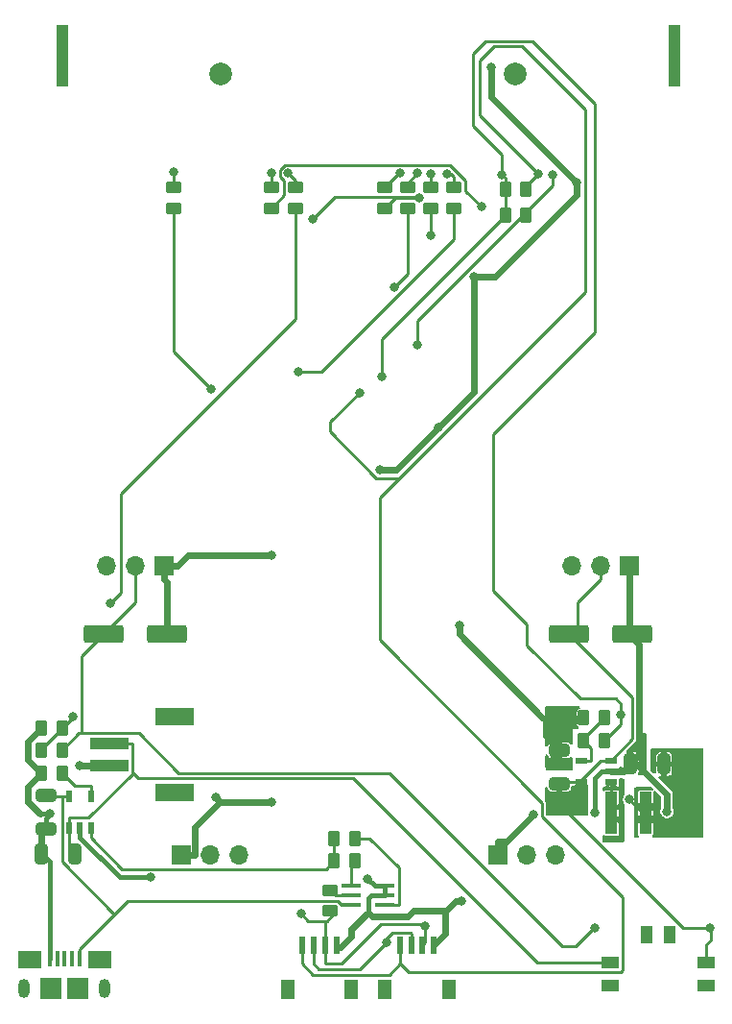
<source format=gbr>
%TF.GenerationSoftware,KiCad,Pcbnew,9.0.3*%
%TF.CreationDate,2025-08-22T11:29:54-04:00*%
%TF.ProjectId,roversa2,726f7665-7273-4613-922e-6b696361645f,rev?*%
%TF.SameCoordinates,Original*%
%TF.FileFunction,Copper,L2,Bot*%
%TF.FilePolarity,Positive*%
%FSLAX46Y46*%
G04 Gerber Fmt 4.6, Leading zero omitted, Abs format (unit mm)*
G04 Created by KiCad (PCBNEW 9.0.3) date 2025-08-22 11:29:54*
%MOMM*%
%LPD*%
G01*
G04 APERTURE LIST*
G04 Aperture macros list*
%AMRoundRect*
0 Rectangle with rounded corners*
0 $1 Rounding radius*
0 $2 $3 $4 $5 $6 $7 $8 $9 X,Y pos of 4 corners*
0 Add a 4 corners polygon primitive as box body*
4,1,4,$2,$3,$4,$5,$6,$7,$8,$9,$2,$3,0*
0 Add four circle primitives for the rounded corners*
1,1,$1+$1,$2,$3*
1,1,$1+$1,$4,$5*
1,1,$1+$1,$6,$7*
1,1,$1+$1,$8,$9*
0 Add four rect primitives between the rounded corners*
20,1,$1+$1,$2,$3,$4,$5,0*
20,1,$1+$1,$4,$5,$6,$7,0*
20,1,$1+$1,$6,$7,$8,$9,0*
20,1,$1+$1,$8,$9,$2,$3,0*%
G04 Aperture macros list end*
%TA.AperFunction,ComponentPad*%
%ADD10RoundRect,0.275000X-0.275000X-2.475000X0.275000X-2.475000X0.275000X2.475000X-0.275000X2.475000X0*%
%TD*%
%TA.AperFunction,ComponentPad*%
%ADD11C,2.000000*%
%TD*%
%TA.AperFunction,SMDPad,CuDef*%
%ADD12RoundRect,0.250000X-0.262500X-0.450000X0.262500X-0.450000X0.262500X0.450000X-0.262500X0.450000X0*%
%TD*%
%TA.AperFunction,SMDPad,CuDef*%
%ADD13R,1.200000X1.800000*%
%TD*%
%TA.AperFunction,SMDPad,CuDef*%
%ADD14R,0.600000X1.550000*%
%TD*%
%TA.AperFunction,ComponentPad*%
%ADD15R,1.700000X1.700000*%
%TD*%
%TA.AperFunction,ComponentPad*%
%ADD16O,1.700000X1.700000*%
%TD*%
%TA.AperFunction,SMDPad,CuDef*%
%ADD17RoundRect,0.250000X0.262500X0.450000X-0.262500X0.450000X-0.262500X-0.450000X0.262500X-0.450000X0*%
%TD*%
%TA.AperFunction,SMDPad,CuDef*%
%ADD18RoundRect,0.250000X-0.450000X0.262500X-0.450000X-0.262500X0.450000X-0.262500X0.450000X0.262500X0*%
%TD*%
%TA.AperFunction,SMDPad,CuDef*%
%ADD19R,1.100000X0.600000*%
%TD*%
%TA.AperFunction,SMDPad,CuDef*%
%ADD20R,1.100000X3.700000*%
%TD*%
%TA.AperFunction,SMDPad,CuDef*%
%ADD21RoundRect,0.250000X0.325000X0.650000X-0.325000X0.650000X-0.325000X-0.650000X0.325000X-0.650000X0*%
%TD*%
%TA.AperFunction,SMDPad,CuDef*%
%ADD22R,1.800000X0.450000*%
%TD*%
%TA.AperFunction,SMDPad,CuDef*%
%ADD23R,1.500000X1.000000*%
%TD*%
%TA.AperFunction,SMDPad,CuDef*%
%ADD24R,1.000000X1.500000*%
%TD*%
%TA.AperFunction,SMDPad,CuDef*%
%ADD25RoundRect,0.250000X-1.500000X-0.550000X1.500000X-0.550000X1.500000X0.550000X-1.500000X0.550000X0*%
%TD*%
%TA.AperFunction,ComponentPad*%
%ADD26O,1.000000X1.700000*%
%TD*%
%TA.AperFunction,SMDPad,CuDef*%
%ADD27R,2.100000X1.600000*%
%TD*%
%TA.AperFunction,SMDPad,CuDef*%
%ADD28R,1.900000X1.900000*%
%TD*%
%TA.AperFunction,SMDPad,CuDef*%
%ADD29RoundRect,0.100000X0.100000X0.575000X-0.100000X0.575000X-0.100000X-0.575000X0.100000X-0.575000X0*%
%TD*%
%TA.AperFunction,SMDPad,CuDef*%
%ADD30RoundRect,0.250000X0.650000X-0.325000X0.650000X0.325000X-0.650000X0.325000X-0.650000X-0.325000X0*%
%TD*%
%TA.AperFunction,SMDPad,CuDef*%
%ADD31RoundRect,0.250000X-0.650000X0.325000X-0.650000X-0.325000X0.650000X-0.325000X0.650000X0.325000X0*%
%TD*%
%TA.AperFunction,SMDPad,CuDef*%
%ADD32R,0.600000X1.100000*%
%TD*%
%TA.AperFunction,SMDPad,CuDef*%
%ADD33R,3.400000X1.500000*%
%TD*%
%TA.AperFunction,SMDPad,CuDef*%
%ADD34R,3.500000X1.000000*%
%TD*%
%TA.AperFunction,ViaPad*%
%ADD35C,0.800000*%
%TD*%
%TA.AperFunction,Conductor*%
%ADD36C,0.250000*%
%TD*%
%TA.AperFunction,Conductor*%
%ADD37C,0.600000*%
%TD*%
%TA.AperFunction,Conductor*%
%ADD38C,0.400000*%
%TD*%
G04 APERTURE END LIST*
D10*
%TO.P,EC1,*%
%TO.N,*%
X72872800Y-65511900D03*
D11*
X86872800Y-67171900D03*
X112872800Y-67171900D03*
D10*
X126872800Y-65511900D03*
%TD*%
D12*
%TO.P,R9,1*%
%TO.N,+3V3*%
X111990500Y-79613000D03*
%TO.P,R9,2*%
%TO.N,I_SDA*%
X113815500Y-79613000D03*
%TD*%
D13*
%TO.P,J4,*%
%TO.N,*%
X106972800Y-147844000D03*
X101372800Y-147844000D03*
D14*
%TO.P,J4,1,GND*%
%TO.N,VSS*%
X105672800Y-143969000D03*
%TO.P,J4,2,VCC*%
%TO.N,+3V3*%
X104672800Y-143969000D03*
%TO.P,J4,3,SDA*%
%TO.N,I_SDA*%
X103672800Y-143969000D03*
%TO.P,J4,4,SCL*%
%TO.N,I_SCL*%
X102672800Y-143969000D03*
%TD*%
D15*
%TO.P,J7,1,GND*%
%TO.N,VSS*%
X122922800Y-110521900D03*
D16*
%TO.P,J7,2,VDD*%
%TO.N,SW_BAT*%
X120382800Y-110521900D03*
%TO.P,J7,3,PWM*%
%TO.N,SERVO_R*%
X117842800Y-110521900D03*
%TD*%
D12*
%TO.P,R7,1*%
%TO.N,VSS*%
X71046900Y-128778000D03*
%TO.P,R7,2*%
%TO.N,Net-(U2-PROG)*%
X72871900Y-128778000D03*
%TD*%
D17*
%TO.P,R6,1*%
%TO.N,V_DIV*%
X72871900Y-124841000D03*
%TO.P,R6,2*%
%TO.N,VSS*%
X71046900Y-124841000D03*
%TD*%
D18*
%TO.P,R13,1*%
%TO.N,FWD*%
X101346000Y-77176500D03*
%TO.P,R13,2*%
%TO.N,Net-(R13-Pad2)*%
X101346000Y-79001500D03*
%TD*%
D17*
%TO.P,R5,1*%
%TO.N,SW_BAT*%
X72871900Y-126746000D03*
%TO.P,R5,2*%
%TO.N,V_DIV*%
X71046900Y-126746000D03*
%TD*%
D18*
%TO.P,R10,1*%
%TO.N,ENTER*%
X82677000Y-77176500D03*
%TO.P,R10,2*%
%TO.N,Net-(R10-Pad2)*%
X82677000Y-79001500D03*
%TD*%
D19*
%TO.P,U1,1,EN*%
%TO.N,SW_BAT*%
X121288200Y-127675600D03*
%TO.P,U1,2,GND*%
%TO.N,VSS*%
X121288200Y-128625600D03*
%TO.P,U1,3,SW*%
%TO.N,Net-(U1-SW)*%
X121288200Y-129575600D03*
%TO.P,U1,4,VIN*%
%TO.N,SW_BAT*%
X118688200Y-129575600D03*
%TO.P,U1,5,FB*%
%TO.N,Net-(U1-FB)*%
X118688200Y-127675600D03*
%TD*%
D20*
%TO.P,L1,1,1*%
%TO.N,Net-(U1-SW)*%
X121358400Y-132308600D03*
%TO.P,L1,2,2*%
%TO.N,+3V3*%
X124358400Y-132308600D03*
%TD*%
D21*
%TO.P,C4,1*%
%TO.N,-BATT*%
X73992000Y-135890000D03*
%TO.P,C4,2*%
%TO.N,VSS*%
X71042000Y-135890000D03*
%TD*%
D12*
%TO.P,R8,1*%
%TO.N,+3V3*%
X111990500Y-77327000D03*
%TO.P,R8,2*%
%TO.N,I_SCL*%
X113815500Y-77327000D03*
%TD*%
D22*
%TO.P,D1,1,BK*%
%TO.N,VSS*%
X101372800Y-138732800D03*
%TO.P,D1,2,GK*%
X101372800Y-139582800D03*
%TO.P,D1,3,RK*%
%TO.N,Net-(D1-RK)*%
X101372800Y-140432800D03*
%TO.P,D1,4,RA*%
%TO.N,VUSB*%
X98372800Y-140432800D03*
%TO.P,D1,5,GA*%
%TO.N,Net-(D1-GA)*%
X98372800Y-139582800D03*
%TO.P,D1,6,BA*%
%TO.N,Net-(D1-BA)*%
X98372800Y-138732800D03*
%TD*%
D17*
%TO.P,R2,1*%
%TO.N,Net-(U1-FB)*%
X120722900Y-123926600D03*
%TO.P,R2,2*%
%TO.N,VSS*%
X118897900Y-123926600D03*
%TD*%
D23*
%TO.P,SW1,1,P*%
%TO.N,unconnected-(SW1-P-Pad1)*%
X121222800Y-147500000D03*
%TO.P,SW1,2,T2*%
%TO.N,-BATT*%
X121222800Y-145500000D03*
%TO.P,SW1,3,P*%
%TO.N,unconnected-(SW1-P-Pad3)*%
X129722800Y-147500000D03*
%TO.P,SW1,4,T1*%
%TO.N,SW_BAT*%
X129722800Y-145500000D03*
D24*
%TO.P,SW1,5,T2*%
%TO.N,unconnected-(SW1-T2-Pad5)*%
X124472800Y-143000000D03*
%TO.P,SW1,6,T1*%
%TO.N,unconnected-(SW1-T1-Pad6)*%
X126472800Y-143000000D03*
%TD*%
D25*
%TO.P,C11,1*%
%TO.N,SW_BAT*%
X117597800Y-116509800D03*
%TO.P,C11,2*%
%TO.N,VSS*%
X123197800Y-116509800D03*
%TD*%
D17*
%TO.P,R17,1*%
%TO.N,Net-(D1-BA)*%
X98677100Y-136524000D03*
%TO.P,R17,2*%
%TO.N,STAT*%
X96852100Y-136524000D03*
%TD*%
D18*
%TO.P,R4,1*%
%TO.N,Net-(D1-GA)*%
X96500000Y-139087500D03*
%TO.P,R4,2*%
%TO.N,+3V3*%
X96500000Y-140912500D03*
%TD*%
D26*
%TO.P,J1,*%
%TO.N,*%
X76647800Y-147771900D03*
D27*
X76172800Y-145221900D03*
D28*
X74272800Y-147771900D03*
X71872800Y-147771900D03*
D27*
X69972800Y-145221900D03*
D26*
X69497800Y-147771900D03*
D29*
%TO.P,J1,1,VBUS*%
%TO.N,VUSB*%
X74372800Y-145096900D03*
%TO.P,J1,2,D-*%
%TO.N,unconnected-(J1-D--Pad2)*%
X73722800Y-145096900D03*
%TO.P,J1,3,D+*%
%TO.N,unconnected-(J1-D+-Pad3)*%
X73072800Y-145096900D03*
%TO.P,J1,4,ID*%
%TO.N,unconnected-(J1-ID-Pad4)*%
X72422800Y-145096900D03*
%TO.P,J1,5,GND*%
%TO.N,VSS*%
X71772800Y-145096900D03*
%TD*%
D25*
%TO.P,C10,1*%
%TO.N,SW_BAT*%
X76547800Y-116509800D03*
%TO.P,C10,2*%
%TO.N,VSS*%
X82147800Y-116509800D03*
%TD*%
D15*
%TO.P,J6,1,GND*%
%TO.N,VSS*%
X81872800Y-110521900D03*
D16*
%TO.P,J6,2,VDD*%
%TO.N,SW_BAT*%
X79332800Y-110521900D03*
%TO.P,J6,3,PWM*%
%TO.N,SERVO_L*%
X76792800Y-110521900D03*
%TD*%
D30*
%TO.P,C1,1*%
%TO.N,SW_BAT*%
X116762400Y-129719600D03*
%TO.P,C1,2*%
%TO.N,VSS*%
X116762400Y-126769600D03*
%TD*%
D31*
%TO.P,C3,1*%
%TO.N,VUSB*%
X71426000Y-130717500D03*
%TO.P,C3,2*%
%TO.N,VSS*%
X71426000Y-133667500D03*
%TD*%
D15*
%TO.P,J5,1,GND*%
%TO.N,VSS*%
X83372800Y-135971900D03*
D16*
%TO.P,J5,2,VDD*%
%TO.N,+3V3*%
X85912800Y-135971900D03*
%TO.P,J5,3,SIGNAL*%
%TO.N,GVS_A*%
X88452800Y-135971900D03*
%TD*%
D18*
%TO.P,R12,1*%
%TO.N,STOP*%
X93472000Y-77176500D03*
%TO.P,R12,2*%
%TO.N,Net-(R12-Pad2)*%
X93472000Y-79001500D03*
%TD*%
D12*
%TO.P,R3,1*%
%TO.N,STAT*%
X96852100Y-134517400D03*
%TO.P,R3,2*%
%TO.N,Net-(D1-RK)*%
X98677100Y-134517400D03*
%TD*%
D32*
%TO.P,U2,1,STAT*%
%TO.N,STAT*%
X75392000Y-133587000D03*
%TO.P,U2,2,VSS*%
%TO.N,VSS*%
X74442000Y-133587000D03*
%TO.P,U2,3,VBATT*%
%TO.N,-BATT*%
X73492000Y-133587000D03*
%TO.P,U2,4,VDD*%
%TO.N,VUSB*%
X73492000Y-130787000D03*
%TO.P,U2,5,PROG*%
%TO.N,Net-(U2-PROG)*%
X75392000Y-130787000D03*
%TD*%
D18*
%TO.P,R15,1*%
%TO.N,TURN_R*%
X105410000Y-77176500D03*
%TO.P,R15,2*%
%TO.N,Net-(R15-Pad2)*%
X105410000Y-79001500D03*
%TD*%
D33*
%TO.P,J2,*%
%TO.N,*%
X82753200Y-130505200D03*
X82753200Y-123805200D03*
D34*
%TO.P,J2,1,GND*%
%TO.N,VSS*%
X77003200Y-128155200D03*
%TO.P,J2,2,VBAT*%
%TO.N,-BATT*%
X77003200Y-126155200D03*
%TD*%
D13*
%TO.P,J3,*%
%TO.N,*%
X98372800Y-147844000D03*
X92772800Y-147844000D03*
D14*
%TO.P,J3,1,GND*%
%TO.N,VSS*%
X97072800Y-143969000D03*
%TO.P,J3,2,VCC*%
%TO.N,+3V3*%
X96072800Y-143969000D03*
%TO.P,J3,3,SDA*%
%TO.N,I_SDA*%
X95072800Y-143969000D03*
%TO.P,J3,4,SCL*%
%TO.N,I_SCL*%
X94072800Y-143969000D03*
%TD*%
D18*
%TO.P,R16,1*%
%TO.N,TURN_L*%
X107442000Y-77176500D03*
%TO.P,R16,2*%
%TO.N,Net-(R16-Pad2)*%
X107442000Y-79001500D03*
%TD*%
%TO.P,R14,1*%
%TO.N,REV*%
X103378000Y-77176500D03*
%TO.P,R14,2*%
%TO.N,Net-(R14-Pad2)*%
X103378000Y-79001500D03*
%TD*%
D21*
%TO.P,C2,1*%
%TO.N,+3V3*%
X125984400Y-127990600D03*
%TO.P,C2,2*%
%TO.N,VSS*%
X123034400Y-127990600D03*
%TD*%
D15*
%TO.P,J8,1,GND*%
%TO.N,VSS*%
X111322800Y-135971900D03*
D16*
%TO.P,J8,2,VDD*%
%TO.N,+3V3*%
X113862800Y-135971900D03*
%TO.P,J8,3,SIGNAL*%
%TO.N,GVS_D*%
X116402800Y-135971900D03*
%TD*%
D18*
%TO.P,R11,1*%
%TO.N,PLAY*%
X91313000Y-77176500D03*
%TO.P,R11,2*%
%TO.N,Net-(R11-Pad2)*%
X91313000Y-79001500D03*
%TD*%
D17*
%TO.P,R1,1*%
%TO.N,+3V3*%
X120722900Y-125958600D03*
%TO.P,R1,2*%
%TO.N,Net-(U1-FB)*%
X118897900Y-125958600D03*
%TD*%
D35*
%TO.N,SW_BAT*%
X130048000Y-142392400D03*
X119837200Y-142392400D03*
%TO.N,VSS*%
X86440500Y-130943700D03*
X110700000Y-66600000D03*
X91302900Y-109590400D03*
X109170600Y-85046400D03*
X116199700Y-128066800D03*
X71798400Y-132381700D03*
X114479400Y-132398800D03*
X99822000Y-138099800D03*
X118287800Y-76753200D03*
X119888000Y-132232400D03*
X100914200Y-102063000D03*
X107909400Y-115754900D03*
X126251500Y-132156100D03*
X80670400Y-137956900D03*
X108150400Y-140070600D03*
X106095900Y-98283300D03*
X91312400Y-131305400D03*
X74403100Y-128136300D03*
%TO.N,+3V3*%
X101100000Y-93800000D03*
X104932401Y-142255899D03*
X122200000Y-123600000D03*
X93933700Y-141161400D03*
X122934900Y-131115900D03*
X111704400Y-76040900D03*
%TO.N,V_DIV*%
X73808000Y-123815800D03*
%TO.N,ENTER*%
X82677000Y-75819000D03*
%TO.N,PLAY*%
X91313000Y-75895200D03*
%TO.N,STOP*%
X92811600Y-75920600D03*
%TO.N,FWD*%
X102666800Y-75920600D03*
%TO.N,REV*%
X104241600Y-75920600D03*
%TO.N,TURN_R*%
X105410000Y-75946000D03*
%TO.N,TURN_L*%
X106807000Y-75946000D03*
%TO.N,I_SCL*%
X114884200Y-75971400D03*
X99110300Y-95237700D03*
%TO.N,I_SDA*%
X101533800Y-143660800D03*
X116136800Y-76030200D03*
X104194900Y-91001000D03*
%TO.N,Net-(R10-Pad2)*%
X86013500Y-94965300D03*
%TO.N,Net-(R11-Pad2)*%
X109881800Y-78868800D03*
%TO.N,Net-(R12-Pad2)*%
X77137900Y-113796100D03*
%TO.N,Net-(R13-Pad2)*%
X104374947Y-78089000D03*
X94970600Y-79933800D03*
%TO.N,Net-(R14-Pad2)*%
X102165500Y-85957600D03*
%TO.N,Net-(R15-Pad2)*%
X105440300Y-81408600D03*
%TO.N,Net-(R16-Pad2)*%
X93739200Y-93382200D03*
%TD*%
D36*
%TO.N,SW_BAT*%
X120382800Y-110521900D02*
X120382800Y-111698800D01*
X74600000Y-125275000D02*
X74600000Y-118457600D01*
X118688200Y-129575600D02*
X118688200Y-129368200D01*
X116762400Y-129719600D02*
X116762400Y-131494400D01*
X74342900Y-125275000D02*
X72871900Y-126746000D01*
X118361200Y-113720400D02*
X120382800Y-111698800D01*
X79674200Y-125275000D02*
X74600000Y-125275000D01*
X129722800Y-143886000D02*
X130098800Y-143510000D01*
X83158300Y-128759100D02*
X79674200Y-125275000D01*
X117018900Y-144018000D02*
X101760000Y-128759100D01*
X127660400Y-142392400D02*
X130048000Y-142392400D01*
X79332800Y-113724800D02*
X76547800Y-116509800D01*
X116906400Y-129575600D02*
X116762400Y-129719600D01*
X79332800Y-111110300D02*
X79332800Y-110852000D01*
X119837200Y-142341600D02*
X118160800Y-144018000D01*
X74600000Y-125275000D02*
X74342900Y-125275000D01*
X120380800Y-127675600D02*
X121288200Y-127675600D01*
X121288200Y-127675600D02*
X123174600Y-125789200D01*
X118361200Y-116509800D02*
X118361200Y-113720400D01*
X118160800Y-144018000D02*
X117018900Y-144018000D01*
X101760000Y-128759100D02*
X83158300Y-128759100D01*
X130098800Y-143510000D02*
X130098800Y-142443200D01*
X123174600Y-125789200D02*
X123174600Y-122086600D01*
X123174600Y-122086600D02*
X117597800Y-116509800D01*
X129722800Y-145500000D02*
X129722800Y-143886000D01*
X118688200Y-129368200D02*
X120380800Y-127675600D01*
X130098800Y-142443200D02*
X130048000Y-142392400D01*
X118688200Y-129575600D02*
X116906400Y-129575600D01*
X79332800Y-110521900D02*
X79332800Y-113724800D01*
X74600000Y-118457600D02*
X76229602Y-116827998D01*
X118361200Y-116509800D02*
X117597800Y-116509800D01*
X116762400Y-131494400D02*
X127660400Y-142392400D01*
X79332800Y-110521900D02*
X79332800Y-111110300D01*
D37*
%TO.N,VSS*%
X69850000Y-126037900D02*
X71046900Y-124841000D01*
X82147800Y-111973800D02*
X81872800Y-111698800D01*
D38*
X71042000Y-135890000D02*
X71771300Y-136619300D01*
D37*
X69850000Y-131318000D02*
X70913700Y-132381700D01*
X107573900Y-140070600D02*
X108150400Y-140070600D01*
X81872800Y-110521900D02*
X81872800Y-111698800D01*
X115521500Y-124141900D02*
X118682600Y-124141900D01*
X71046900Y-128778000D02*
X69850000Y-129974900D01*
X122399400Y-128625600D02*
X123034400Y-127990600D01*
X106753450Y-140891050D02*
X103863350Y-140891050D01*
X111322800Y-135971900D02*
X111322800Y-134795000D01*
X97428400Y-144125600D02*
X97072800Y-144125600D01*
X121288200Y-128625600D02*
X122399400Y-128625600D01*
X106095900Y-98283300D02*
X102316200Y-102063000D01*
X109170600Y-85046400D02*
X111092400Y-85046400D01*
D38*
X77960066Y-137956900D02*
X74442000Y-134438834D01*
X100147400Y-139582800D02*
X101372800Y-139582800D01*
D37*
X69850000Y-129974900D02*
X69850000Y-131318000D01*
D36*
X115521500Y-124141900D02*
X115259400Y-123879800D01*
D38*
X101372800Y-138732800D02*
X100455000Y-138732800D01*
D36*
X122922800Y-116234800D02*
X123197800Y-116509800D01*
D37*
X91302900Y-109590400D02*
X83981200Y-109590400D01*
X115521500Y-125528700D02*
X116762400Y-126769600D01*
D38*
X120488200Y-128625600D02*
X121288200Y-128625600D01*
X70913700Y-132381700D02*
X71798400Y-132381700D01*
X119888000Y-129225800D02*
X120488200Y-128625600D01*
X119888000Y-132232400D02*
X119888000Y-129225800D01*
X80670400Y-137956900D02*
X77960066Y-137956900D01*
D37*
X122922800Y-110521900D02*
X122922800Y-116234800D01*
X111092400Y-85046400D02*
X118287800Y-77851000D01*
D36*
X71771300Y-137303600D02*
X71772800Y-137305100D01*
D37*
X98399600Y-142546300D02*
X98399600Y-143154400D01*
D38*
X99898950Y-139831250D02*
X100147400Y-139582800D01*
D37*
X109170600Y-95208600D02*
X109170600Y-85046400D01*
X81872800Y-110521900D02*
X83049700Y-110521900D01*
X116199700Y-127332300D02*
X116762400Y-126769600D01*
D38*
X71426000Y-132754100D02*
X71426000Y-133667500D01*
D37*
X77003200Y-128155200D02*
X74422000Y-128155200D01*
X105672800Y-143969000D02*
X106680000Y-142961800D01*
D38*
X100886800Y-138732800D02*
X100922800Y-138732800D01*
X100455000Y-138732800D02*
X99822000Y-138099800D01*
D37*
X111322800Y-134795000D02*
X112083200Y-134795000D01*
X102316200Y-102063000D02*
X100914200Y-102063000D01*
X106095900Y-98283300D02*
X109170600Y-95208600D01*
X123799600Y-127209600D02*
X123799600Y-117454200D01*
D38*
X74442000Y-134438834D02*
X74442000Y-133587000D01*
D37*
X123026500Y-127982700D02*
X123799600Y-127209600D01*
X71042000Y-134051500D02*
X71042000Y-135890000D01*
D38*
X101372800Y-139582800D02*
X101372800Y-138732800D01*
D37*
X99898950Y-141046950D02*
X98399600Y-142546300D01*
D38*
X99898950Y-141046950D02*
X99898950Y-139831250D01*
X71771300Y-136619300D02*
X71771300Y-137303600D01*
D37*
X110700000Y-66600000D02*
X110700000Y-69165400D01*
X107909400Y-116527600D02*
X107909400Y-115754900D01*
X123584700Y-127998500D02*
X126251500Y-130665300D01*
X74422000Y-128155200D02*
X74403100Y-128136300D01*
D36*
X123026500Y-116681100D02*
X123197800Y-116509800D01*
D37*
X84549700Y-133508100D02*
X86752400Y-131305400D01*
X71046900Y-128778000D02*
X69850000Y-127581100D01*
X116199700Y-128066800D02*
X116199700Y-127332300D01*
D38*
X71772800Y-137305100D02*
X71772800Y-145096900D01*
D37*
X83981200Y-109590400D02*
X83049700Y-110521900D01*
D36*
X115259400Y-123879800D02*
X115259400Y-123877600D01*
D37*
X84549700Y-135971900D02*
X84549700Y-133508100D01*
X86752400Y-131305400D02*
X91312400Y-131305400D01*
D36*
X123034400Y-127990600D02*
X123026500Y-127982700D01*
D37*
X100228400Y-141376400D02*
X99898950Y-141046950D01*
X115521500Y-124141900D02*
X115521500Y-125528700D01*
X115259400Y-123877600D02*
X107909400Y-116527600D01*
X106680000Y-140964500D02*
X107573900Y-140070600D01*
X112083200Y-134795000D02*
X114479400Y-132398800D01*
D38*
X71426000Y-132754100D02*
X71798400Y-132381700D01*
D37*
X83372800Y-135971900D02*
X84549700Y-135971900D01*
X71426000Y-133667500D02*
X71042000Y-134051500D01*
X110700000Y-69165400D02*
X118287800Y-76753200D01*
D36*
X118682600Y-124141900D02*
X118897900Y-123926600D01*
D37*
X86752400Y-131255600D02*
X86440500Y-130943700D01*
X106680000Y-142961800D02*
X106680000Y-140964500D01*
X98399600Y-143154400D02*
X97428400Y-144125600D01*
X118287800Y-77851000D02*
X118287800Y-76753200D01*
X103378000Y-141376400D02*
X100228400Y-141376400D01*
X123799600Y-117454200D02*
X123026500Y-116681100D01*
X69850000Y-127581100D02*
X69850000Y-126037900D01*
X126251500Y-130665300D02*
X126251500Y-132156100D01*
X103863350Y-140891050D02*
X103378000Y-141376400D01*
X82147800Y-116509800D02*
X82147800Y-111973800D01*
D36*
%TO.N,+3V3*%
X111704400Y-74304400D02*
X111704400Y-76040900D01*
X101100000Y-93800000D02*
X101100000Y-90503500D01*
X104789502Y-142113000D02*
X104932401Y-142255899D01*
X109100000Y-71700000D02*
X111704400Y-74304400D01*
X96072800Y-145601900D02*
X97508200Y-145601900D01*
X122200000Y-123600000D02*
X122200000Y-122700000D01*
X101100000Y-90503500D02*
X111990500Y-79613000D01*
X119900000Y-89900000D02*
X119900000Y-69800000D01*
X114350000Y-64250000D02*
X110250000Y-64250000D01*
X110250000Y-64250000D02*
X109100000Y-65400000D01*
X109100000Y-65400000D02*
X109100000Y-71700000D01*
X122200000Y-124481500D02*
X122200000Y-123600000D01*
X118600000Y-122200000D02*
X113900000Y-117500000D01*
X94570000Y-141797700D02*
X93933700Y-141161400D01*
X110900000Y-112682100D02*
X110900000Y-98900000D01*
X96072800Y-141797700D02*
X94570000Y-141797700D01*
X100997100Y-142113000D02*
X104789502Y-142113000D01*
X124064500Y-132245500D02*
X122934900Y-131115900D01*
X113900000Y-117500000D02*
X113900000Y-115682100D01*
X113900000Y-115682100D02*
X110900000Y-112682100D01*
X122200000Y-122700000D02*
X121700000Y-122200000D01*
X111704400Y-76040900D02*
X111990500Y-76327000D01*
X121700000Y-122200000D02*
X118600000Y-122200000D01*
X96824800Y-141195700D02*
X96222800Y-141797700D01*
X97508200Y-145601900D02*
X100997100Y-142113000D01*
X96222800Y-141797700D02*
X96072800Y-141797700D01*
X104932401Y-142255899D02*
X104932401Y-143709399D01*
X110900000Y-98900000D02*
X119900000Y-89900000D01*
X104932401Y-143709399D02*
X104672800Y-143969000D01*
X119900000Y-69800000D02*
X114350000Y-64250000D01*
X96072800Y-141797700D02*
X96072800Y-145601900D01*
X120722900Y-125958600D02*
X122200000Y-124481500D01*
X111990500Y-76327000D02*
X111990500Y-79613000D01*
%TO.N,VUSB*%
X74372800Y-145096900D02*
X74372800Y-144307300D01*
X98822800Y-140432800D02*
X98045900Y-140432800D01*
X97195514Y-140074000D02*
X97554314Y-140432800D01*
X74372800Y-144307300D02*
X77479200Y-141200900D01*
X77479200Y-141200900D02*
X78606100Y-140074000D01*
X78606100Y-140074000D02*
X97195514Y-140074000D01*
X72851100Y-136572800D02*
X77479200Y-141200900D01*
X73492000Y-130787000D02*
X72851100Y-130787000D01*
X97554314Y-140432800D02*
X98372800Y-140432800D01*
X72851100Y-130787000D02*
X71495500Y-130787000D01*
X97951500Y-140338400D02*
X98045900Y-140432800D01*
X71495500Y-130787000D02*
X71426000Y-130717500D01*
X72851100Y-130787000D02*
X72851100Y-136572800D01*
%TO.N,-BATT*%
X79587300Y-129211000D02*
X79135400Y-128759100D01*
X73492000Y-135390000D02*
X73992000Y-135890000D01*
X98536700Y-129211000D02*
X79587300Y-129211000D01*
X73492000Y-133587000D02*
X73492000Y-132710100D01*
X79135400Y-128759100D02*
X75184400Y-132710100D01*
X75184400Y-132710100D02*
X73492000Y-132710100D01*
X79080100Y-126155200D02*
X79080100Y-128703800D01*
X73492000Y-133587000D02*
X73492000Y-135390000D01*
X121222800Y-145500000D02*
X114825700Y-145500000D01*
X77003200Y-126155200D02*
X79080100Y-126155200D01*
X79080100Y-128703800D02*
X79135400Y-128759100D01*
X114825700Y-145500000D02*
X98536700Y-129211000D01*
%TO.N,Net-(D1-RK)*%
X102522800Y-140432800D02*
X101372800Y-140432800D01*
X102598800Y-137098800D02*
X102598800Y-140356800D01*
X100017400Y-134517400D02*
X102598800Y-137098800D01*
X98677100Y-134517400D02*
X100017400Y-134517400D01*
X102598800Y-140356800D02*
X102522800Y-140432800D01*
%TO.N,Net-(D1-GA)*%
X96500000Y-139087500D02*
X96995300Y-139582800D01*
X96995300Y-139582800D02*
X98372800Y-139582800D01*
X97036900Y-139582800D02*
X96824800Y-139370700D01*
%TO.N,Net-(D1-BA)*%
X98372800Y-138732800D02*
X98372800Y-136828300D01*
X98372800Y-136828300D02*
X98677100Y-136524000D01*
X98822800Y-138732800D02*
X98045900Y-138732800D01*
%TO.N,V_DIV*%
X73808000Y-123904900D02*
X73808000Y-123815800D01*
X72871900Y-124841000D02*
X73808000Y-123904900D01*
X71046900Y-126666000D02*
X71046900Y-126746000D01*
X72871900Y-124841000D02*
X71046900Y-126666000D01*
%TO.N,ENTER*%
X82677000Y-75819000D02*
X82677000Y-77176500D01*
%TO.N,PLAY*%
X91313000Y-77176500D02*
X91313000Y-75895200D01*
%TO.N,STOP*%
X92811600Y-75920600D02*
X93472000Y-76581000D01*
X93472000Y-76581000D02*
X93472000Y-77176500D01*
%TO.N,FWD*%
X102601900Y-75920600D02*
X101346000Y-77176500D01*
X102666800Y-75920600D02*
X102601900Y-75920600D01*
%TO.N,REV*%
X103378000Y-76784200D02*
X103378000Y-77176500D01*
X104241600Y-75920600D02*
X103378000Y-76784200D01*
%TO.N,TURN_R*%
X105410000Y-77176500D02*
X105410000Y-75946000D01*
%TO.N,TURN_L*%
X107442000Y-77176500D02*
X107442000Y-76176500D01*
X107211500Y-75946000D02*
X107442000Y-76176500D01*
X106807000Y-75946000D02*
X107211500Y-75946000D01*
%TO.N,I_SCL*%
X111000000Y-64700000D02*
X109700000Y-66000000D01*
X96500000Y-97848000D02*
X96500000Y-98674105D01*
X122311600Y-146160600D02*
X122122100Y-146350100D01*
X113400000Y-64700000D02*
X111000000Y-64700000D01*
X119012800Y-70312800D02*
X113400000Y-64700000D01*
X119012800Y-86391705D02*
X119012800Y-70312800D01*
X100883096Y-104521409D02*
X102616505Y-102788000D01*
X94072800Y-143969000D02*
X94072800Y-145601900D01*
X100883096Y-117061500D02*
X100883096Y-104521409D01*
X109700000Y-66000000D02*
X109700000Y-70787200D01*
X101729600Y-146545100D02*
X102672800Y-145601900D01*
X99110300Y-95237700D02*
X96500000Y-97848000D01*
X103421000Y-146350100D02*
X102672800Y-145601900D01*
X113815500Y-77040100D02*
X114884200Y-75971400D01*
X96500000Y-98674105D02*
X100613895Y-102788000D01*
X94072800Y-145601900D02*
X95016000Y-146545100D01*
X100613895Y-102788000D02*
X102616505Y-102788000D01*
X95016000Y-146545100D02*
X101729600Y-146545100D01*
X115204400Y-131382804D02*
X115204400Y-132628800D01*
X122311600Y-139736000D02*
X122311600Y-146160600D01*
X102672800Y-143969000D02*
X102672800Y-145601900D01*
X115204400Y-132628800D02*
X122311600Y-139736000D01*
X100883096Y-117061500D02*
X115204400Y-131382804D01*
X102616505Y-102788000D02*
X119012800Y-86391705D01*
X109700000Y-70787200D02*
X114884200Y-75971400D01*
X113815500Y-77327000D02*
X113815500Y-77040100D01*
X122122100Y-146350100D02*
X103421000Y-146350100D01*
%TO.N,I_SDA*%
X102047800Y-142869000D02*
X101533800Y-143383000D01*
X99139300Y-146055300D02*
X101533800Y-143660800D01*
X103672800Y-144500000D02*
X103672800Y-143398100D01*
X101533800Y-143383000D02*
X101533800Y-143660800D01*
X103597800Y-142869000D02*
X102047800Y-142869000D01*
X95072800Y-145601900D02*
X95526200Y-146055300D01*
X103672800Y-143969000D02*
X103672800Y-142944000D01*
X116136800Y-76030200D02*
X116136800Y-76992373D01*
X95072800Y-143969000D02*
X95072800Y-145601900D01*
X104194900Y-88934273D02*
X104194900Y-91001000D01*
X116136800Y-76992373D02*
X104194900Y-88934273D01*
X103672800Y-142944000D02*
X103597800Y-142869000D01*
X95526200Y-146055300D02*
X99139300Y-146055300D01*
%TO.N,Net-(U1-SW)*%
X121358400Y-132308600D02*
X121358400Y-129645800D01*
X121358400Y-129645800D02*
X121288200Y-129575600D01*
%TO.N,Net-(U1-FB)*%
X118897900Y-125751600D02*
X118897900Y-125958600D01*
X119565100Y-127675600D02*
X119565100Y-126625800D01*
X120722900Y-123926600D02*
X118897900Y-125751600D01*
X119565100Y-126625800D02*
X118897900Y-125958600D01*
X118688200Y-127675600D02*
X119565100Y-127675600D01*
%TO.N,STAT*%
X96144200Y-137231900D02*
X96852100Y-136524000D01*
X96852100Y-136524000D02*
X96852100Y-134517400D01*
X75392000Y-133587000D02*
X75392000Y-134463900D01*
X75392000Y-134463900D02*
X78160000Y-137231900D01*
X78160000Y-137231900D02*
X96144200Y-137231900D01*
%TO.N,Net-(U2-PROG)*%
X74004000Y-129910100D02*
X72871900Y-128778000D01*
X75392000Y-129910100D02*
X74004000Y-129910100D01*
X75392000Y-130787000D02*
X75392000Y-129910100D01*
%TO.N,Net-(R10-Pad2)*%
X82677000Y-91628800D02*
X86013500Y-94965300D01*
X82677000Y-79001500D02*
X82677000Y-91628800D01*
%TO.N,Net-(R11-Pad2)*%
X92447000Y-76581305D02*
X92086600Y-76220905D01*
X92086600Y-76220905D02*
X92086600Y-75620295D01*
X92086600Y-75620295D02*
X92511295Y-75195600D01*
X107097496Y-75195600D02*
X108467000Y-76565104D01*
X92511295Y-75195600D02*
X107097496Y-75195600D01*
X91313000Y-79001500D02*
X92447000Y-77867500D01*
X108467000Y-77454000D02*
X109881800Y-78868800D01*
X92447000Y-77867500D02*
X92447000Y-76581305D01*
X108467000Y-76565104D02*
X108467000Y-77454000D01*
%TO.N,Net-(R12-Pad2)*%
X78062800Y-104123400D02*
X93472000Y-88714200D01*
X78062800Y-112871200D02*
X78062800Y-104123400D01*
X77137900Y-113796100D02*
X78062800Y-112871200D01*
X93472000Y-88714200D02*
X93472000Y-79001500D01*
%TO.N,Net-(R13-Pad2)*%
X104287447Y-78001500D02*
X104374947Y-78089000D01*
X94970600Y-79933800D02*
X96890400Y-78014000D01*
X102258500Y-78089000D02*
X104374947Y-78089000D01*
X104078673Y-78001500D02*
X104287447Y-78001500D01*
X101346000Y-79001500D02*
X102258500Y-78089000D01*
X104066173Y-78014000D02*
X104078673Y-78001500D01*
X96890400Y-78014000D02*
X104066173Y-78014000D01*
%TO.N,Net-(R14-Pad2)*%
X102165500Y-85957600D02*
X103378000Y-84745100D01*
X103378000Y-84745100D02*
X103378000Y-79001500D01*
%TO.N,Net-(R15-Pad2)*%
X105410000Y-81378300D02*
X105440300Y-81408600D01*
X105410000Y-79001500D02*
X105410000Y-81378300D01*
%TO.N,Net-(R16-Pad2)*%
X107442000Y-81709100D02*
X107442000Y-79001500D01*
X95768900Y-93382200D02*
X107442000Y-81709100D01*
X93739200Y-93382200D02*
X95768900Y-93382200D01*
%TD*%
%TA.AperFunction,Conductor*%
%TO.N,VSS*%
G36*
X118517803Y-122904885D02*
G01*
X118563558Y-122957689D01*
X118573502Y-123026847D01*
X118544477Y-123090403D01*
X118505223Y-123120601D01*
X118413303Y-123165536D01*
X118324336Y-123254503D01*
X118269078Y-123367539D01*
X118269075Y-123367546D01*
X118258400Y-123440820D01*
X118258400Y-123676600D01*
X118773900Y-123676600D01*
X118840939Y-123696285D01*
X118886694Y-123749089D01*
X118897900Y-123800600D01*
X118897900Y-124052600D01*
X118878215Y-124119639D01*
X118825411Y-124165394D01*
X118773900Y-124176600D01*
X118258401Y-124176600D01*
X118258401Y-124412373D01*
X118269077Y-124485660D01*
X118324336Y-124598696D01*
X118413301Y-124687661D01*
X118419773Y-124692282D01*
X118462895Y-124747257D01*
X118469450Y-124816819D01*
X118437356Y-124878882D01*
X118376804Y-124913741D01*
X118347720Y-124917200D01*
X117906800Y-124917200D01*
X117906800Y-126106478D01*
X117887115Y-126173517D01*
X117834311Y-126219272D01*
X117765153Y-126229216D01*
X117701597Y-126200191D01*
X117695119Y-126194159D01*
X117634496Y-126133536D01*
X117521460Y-126078278D01*
X117521453Y-126078275D01*
X117448180Y-126067600D01*
X117012400Y-126067600D01*
X117012400Y-127471599D01*
X117448173Y-127471599D01*
X117521460Y-127460922D01*
X117634496Y-127405663D01*
X117695119Y-127345041D01*
X117756442Y-127311556D01*
X117826134Y-127316540D01*
X117882067Y-127358412D01*
X117906484Y-127423876D01*
X117906800Y-127432722D01*
X117906800Y-128450800D01*
X117887115Y-128517839D01*
X117834311Y-128563594D01*
X117782800Y-128574800D01*
X115642098Y-128574800D01*
X115575059Y-128555115D01*
X115529304Y-128502311D01*
X115518103Y-128451907D01*
X115515354Y-128144094D01*
X115507393Y-127252497D01*
X115526478Y-127185288D01*
X115578871Y-127139063D01*
X115647938Y-127128502D01*
X115711751Y-127156959D01*
X115742789Y-127196933D01*
X115801337Y-127316697D01*
X115890303Y-127405663D01*
X116003339Y-127460921D01*
X116003346Y-127460924D01*
X116076620Y-127471599D01*
X116512399Y-127471599D01*
X116512400Y-127471598D01*
X116512400Y-126067600D01*
X116076626Y-126067600D01*
X116003339Y-126078277D01*
X115890303Y-126133536D01*
X115801336Y-126222503D01*
X115746078Y-126335539D01*
X115746076Y-126335543D01*
X115745774Y-126337620D01*
X115744736Y-126339879D01*
X115743234Y-126344743D01*
X115742595Y-126344545D01*
X115716627Y-126401119D01*
X115657776Y-126438781D01*
X115587907Y-126438647D01*
X115529201Y-126400760D01*
X115500298Y-126337148D01*
X115499075Y-126320844D01*
X115496909Y-126078278D01*
X115469517Y-123010306D01*
X115488602Y-122943095D01*
X115540996Y-122896870D01*
X115593512Y-122885200D01*
X118450764Y-122885200D01*
X118517803Y-122904885D01*
G37*
%TD.AperFunction*%
%TD*%
%TA.AperFunction,Conductor*%
%TO.N,VSS*%
G36*
X122275440Y-128238885D02*
G01*
X122321195Y-128291689D01*
X122332401Y-128343200D01*
X122332401Y-128676373D01*
X122343077Y-128749658D01*
X122369027Y-128802740D01*
X122380785Y-128871613D01*
X122353442Y-128935910D01*
X122295677Y-128975217D01*
X122257626Y-128981200D01*
X122174000Y-128981200D01*
X122089200Y-128981200D01*
X122022161Y-128961515D01*
X121976406Y-128908711D01*
X121965200Y-128857200D01*
X121965200Y-128343200D01*
X121967750Y-128334514D01*
X121966462Y-128325553D01*
X121977440Y-128301512D01*
X121984885Y-128276161D01*
X121991725Y-128270233D01*
X121995487Y-128261997D01*
X122017721Y-128247707D01*
X122037689Y-128230406D01*
X122048203Y-128228118D01*
X122054265Y-128224223D01*
X122089200Y-128219200D01*
X122208401Y-128219200D01*
X122275440Y-128238885D01*
G37*
%TD.AperFunction*%
%TA.AperFunction,Conductor*%
G36*
X124352239Y-125241685D02*
G01*
X124397994Y-125294489D01*
X124409200Y-125346000D01*
X124409200Y-128857200D01*
X124389515Y-128924239D01*
X124336711Y-128969994D01*
X124285200Y-128981200D01*
X123811174Y-128981200D01*
X123744135Y-128961515D01*
X123698380Y-128908711D01*
X123688436Y-128839553D01*
X123699773Y-128802740D01*
X123725722Y-128749657D01*
X123725724Y-128749653D01*
X123736400Y-128676379D01*
X123736400Y-128240600D01*
X123158400Y-128240600D01*
X123091361Y-128220915D01*
X123045606Y-128168111D01*
X123034400Y-128116600D01*
X123034400Y-127990600D01*
X122908400Y-127990600D01*
X122841361Y-127970915D01*
X122795606Y-127918111D01*
X122784400Y-127866600D01*
X122784400Y-127740600D01*
X123284400Y-127740600D01*
X123736399Y-127740600D01*
X123736399Y-127304826D01*
X123725722Y-127231539D01*
X123670463Y-127118503D01*
X123581496Y-127029536D01*
X123468460Y-126974278D01*
X123468453Y-126974275D01*
X123395180Y-126963600D01*
X123284400Y-126963600D01*
X123284400Y-127740600D01*
X122784400Y-127740600D01*
X122784400Y-126989626D01*
X122705406Y-126950990D01*
X122699945Y-126945998D01*
X122692849Y-126943915D01*
X122674510Y-126922751D01*
X122653833Y-126903852D01*
X122651937Y-126896700D01*
X122647094Y-126891111D01*
X122643107Y-126863387D01*
X122635932Y-126836315D01*
X122638202Y-126829276D01*
X122637150Y-126821953D01*
X122648786Y-126796473D01*
X122657385Y-126769821D01*
X122663101Y-126765126D01*
X122666175Y-126758397D01*
X122672193Y-126751933D01*
X123435065Y-125989062D01*
X123477917Y-125914839D01*
X123477918Y-125914838D01*
X123500100Y-125832053D01*
X123500100Y-125346000D01*
X123519785Y-125278961D01*
X123572589Y-125233206D01*
X123624100Y-125222000D01*
X124285200Y-125222000D01*
X124352239Y-125241685D01*
G37*
%TD.AperFunction*%
%TD*%
%TA.AperFunction,Conductor*%
%TO.N,SW_BAT*%
G36*
X118554756Y-129458003D02*
G01*
X118599104Y-129486504D01*
X118688200Y-129575600D01*
X118777295Y-129486505D01*
X118838618Y-129453020D01*
X118908310Y-129458004D01*
X118952657Y-129486505D01*
X119283740Y-129817588D01*
X119285606Y-130092190D01*
X119285606Y-130092191D01*
X119285606Y-130092192D01*
X119299204Y-132092483D01*
X119294982Y-132125418D01*
X119287500Y-132153341D01*
X119287500Y-132311456D01*
X119296922Y-132346620D01*
X119301144Y-132377870D01*
X119301551Y-132437757D01*
X119282323Y-132504929D01*
X119229831Y-132551042D01*
X119177554Y-132562600D01*
X115653900Y-132562600D01*
X115586861Y-132542915D01*
X115541106Y-132490111D01*
X115529900Y-132438600D01*
X115529900Y-131339953D01*
X115529900Y-131339951D01*
X115507718Y-131257166D01*
X115507714Y-131257159D01*
X115504607Y-131249656D01*
X115506218Y-131248988D01*
X115492400Y-131197408D01*
X115492400Y-130123673D01*
X115512085Y-130056634D01*
X115564889Y-130010879D01*
X115634047Y-130000935D01*
X115697603Y-130029960D01*
X115735377Y-130088738D01*
X115739105Y-130105797D01*
X115746077Y-130153660D01*
X115801336Y-130266696D01*
X115890303Y-130355663D01*
X116003339Y-130410921D01*
X116003346Y-130410924D01*
X116076620Y-130421599D01*
X116512399Y-130421599D01*
X116512400Y-130421598D01*
X116512400Y-129843600D01*
X116532085Y-129776561D01*
X116584889Y-129730806D01*
X116636400Y-129719600D01*
X116888400Y-129719600D01*
X116955439Y-129739285D01*
X117001194Y-129792089D01*
X117012400Y-129843600D01*
X117012400Y-130421599D01*
X117448173Y-130421599D01*
X117521460Y-130410922D01*
X117634496Y-130355663D01*
X117723463Y-130266696D01*
X117778721Y-130153660D01*
X117778724Y-130153653D01*
X117789399Y-130080380D01*
X117789399Y-130002600D01*
X118614752Y-130002600D01*
X118761647Y-130002600D01*
X118688200Y-129929152D01*
X118614752Y-130002600D01*
X117789399Y-130002600D01*
X117789399Y-129996595D01*
X117809083Y-129929556D01*
X117861886Y-129883800D01*
X117899087Y-129873423D01*
X118054932Y-129855314D01*
X118423742Y-129486504D01*
X118485065Y-129453019D01*
X118554756Y-129458003D01*
G37*
%TD.AperFunction*%
%TD*%
%TA.AperFunction,Conductor*%
%TO.N,Net-(U1-SW)*%
G36*
X122420439Y-129280285D02*
G01*
X122466194Y-129333089D01*
X122477400Y-129384600D01*
X122477400Y-130675091D01*
X122458318Y-130740073D01*
X122458443Y-130740145D01*
X122458147Y-130740656D01*
X122457715Y-130742130D01*
X122455376Y-130745457D01*
X122375326Y-130884109D01*
X122375323Y-130884116D01*
X122334400Y-131036843D01*
X122334400Y-131194956D01*
X122375323Y-131347683D01*
X122375326Y-131347690D01*
X122458443Y-131491655D01*
X122456287Y-131492899D01*
X122476969Y-131546376D01*
X122477400Y-131556708D01*
X122477400Y-134750000D01*
X122457715Y-134817039D01*
X122404911Y-134862794D01*
X122353400Y-134874000D01*
X120671000Y-134874000D01*
X120603961Y-134854315D01*
X120558206Y-134801511D01*
X120547000Y-134750000D01*
X120547000Y-134368667D01*
X120566685Y-134301628D01*
X120619489Y-134255873D01*
X120688647Y-134245929D01*
X120739892Y-134265566D01*
X120758846Y-134278231D01*
X120795889Y-134285600D01*
X121920910Y-134285600D01*
X121957952Y-134278231D01*
X121999961Y-134250161D01*
X122028031Y-134208152D01*
X122035400Y-134171110D01*
X122035400Y-133162376D01*
X121357693Y-132484669D01*
X121353365Y-132476744D01*
X121346133Y-132471334D01*
X121336880Y-132446554D01*
X121324208Y-132423346D01*
X121324852Y-132414338D01*
X121321693Y-132405878D01*
X121327305Y-132380034D01*
X121329192Y-132353654D01*
X121334996Y-132344618D01*
X121336521Y-132337600D01*
X121357662Y-132309338D01*
X121358399Y-132308599D01*
X121535174Y-132308599D01*
X122035399Y-132808824D01*
X122035400Y-132808823D01*
X122035400Y-131808376D01*
X122035399Y-131808375D01*
X121535174Y-132308599D01*
X121358399Y-132308599D01*
X121357693Y-132307893D01*
X121324208Y-132246570D01*
X121329192Y-132176878D01*
X121357693Y-132132531D01*
X122035399Y-131454824D01*
X122035400Y-131454823D01*
X122035400Y-130446089D01*
X122028031Y-130409047D01*
X121999961Y-130367038D01*
X121957952Y-130338968D01*
X121920910Y-130331600D01*
X120795890Y-130331600D01*
X120758847Y-130338968D01*
X120739890Y-130351635D01*
X120730190Y-130354672D01*
X120722511Y-130361326D01*
X120697412Y-130364934D01*
X120673212Y-130372512D01*
X120663412Y-130369823D01*
X120653353Y-130371270D01*
X120630286Y-130360735D01*
X120605832Y-130354027D01*
X120599041Y-130346466D01*
X120589797Y-130342245D01*
X120576087Y-130320912D01*
X120559143Y-130302048D01*
X120556511Y-130290451D01*
X120552023Y-130283467D01*
X120547000Y-130248532D01*
X120547000Y-130118147D01*
X120566685Y-130051108D01*
X120619489Y-130005353D01*
X120638642Y-130002599D01*
X121037975Y-130002599D01*
X121037976Y-130002600D01*
X121538424Y-130002600D01*
X121538424Y-130002599D01*
X121288199Y-129752374D01*
X121037975Y-130002599D01*
X120638642Y-130002599D01*
X120688647Y-129995409D01*
X120691048Y-129995819D01*
X120691270Y-129995752D01*
X121112130Y-129574892D01*
X121120075Y-129570553D01*
X121125501Y-129563306D01*
X121150260Y-129554071D01*
X121173453Y-129541407D01*
X121182482Y-129542052D01*
X121190965Y-129538889D01*
X121216785Y-129544505D01*
X121243144Y-129546391D01*
X121252197Y-129552209D01*
X121259238Y-129553741D01*
X121287492Y-129574892D01*
X121288199Y-129575599D01*
X121288938Y-129574862D01*
X121350273Y-129541398D01*
X121419963Y-129546408D01*
X121464269Y-129574893D01*
X121885127Y-129995751D01*
X121885129Y-129995751D01*
X121887750Y-129995231D01*
X121887752Y-129995230D01*
X121929762Y-129967160D01*
X121957831Y-129925152D01*
X121965200Y-129888110D01*
X121965200Y-129384600D01*
X121984885Y-129317561D01*
X122037689Y-129271806D01*
X122089200Y-129260600D01*
X122353400Y-129260600D01*
X122420439Y-129280285D01*
G37*
%TD.AperFunction*%
%TD*%
%TA.AperFunction,Conductor*%
%TO.N,+3V3*%
G36*
X129405439Y-126613285D02*
G01*
X129451194Y-126666089D01*
X129462400Y-126717600D01*
X129462400Y-134343600D01*
X129442715Y-134410639D01*
X129389911Y-134456394D01*
X129338400Y-134467600D01*
X125081886Y-134467600D01*
X125014847Y-134447915D01*
X124969092Y-134395111D01*
X124959148Y-134325953D01*
X124988173Y-134262397D01*
X124994205Y-134255919D01*
X124999961Y-134250162D01*
X125028031Y-134208152D01*
X125035400Y-134171110D01*
X125035400Y-133245600D01*
X125016059Y-133237589D01*
X125014978Y-133238180D01*
X124945286Y-133233194D01*
X124900942Y-133204694D01*
X124358400Y-132662152D01*
X123815857Y-133204694D01*
X123754534Y-133238179D01*
X123707446Y-133234811D01*
X123681400Y-133245600D01*
X123681400Y-134171110D01*
X123681399Y-134171110D01*
X123688768Y-134208152D01*
X123716838Y-134250162D01*
X123722595Y-134255919D01*
X123756080Y-134317242D01*
X123751096Y-134386934D01*
X123709224Y-134442867D01*
X123643760Y-134467284D01*
X123634914Y-134467600D01*
X123490400Y-134467600D01*
X123423361Y-134447915D01*
X123377606Y-134395111D01*
X123366400Y-134343600D01*
X123366400Y-132632048D01*
X123681400Y-132632048D01*
X124004848Y-132308600D01*
X124004848Y-132308599D01*
X124711952Y-132308599D01*
X124711952Y-132308600D01*
X125035399Y-132632048D01*
X125035400Y-132632047D01*
X125035400Y-131985152D01*
X125035399Y-131985151D01*
X124711952Y-132308599D01*
X124004848Y-132308599D01*
X123681400Y-131985151D01*
X123681400Y-132632048D01*
X123366400Y-132632048D01*
X123366400Y-130146600D01*
X123386085Y-130079561D01*
X123438889Y-130033806D01*
X123490400Y-130022600D01*
X124779103Y-130022600D01*
X124805835Y-130008003D01*
X124875527Y-130012987D01*
X124919874Y-130041488D01*
X124998305Y-130119919D01*
X125031790Y-130181242D01*
X125026806Y-130250934D01*
X124984934Y-130306867D01*
X124919470Y-130331284D01*
X124910624Y-130331600D01*
X123795890Y-130331600D01*
X123758847Y-130338968D01*
X123716838Y-130367038D01*
X123688768Y-130409047D01*
X123681400Y-130446089D01*
X123681400Y-131371599D01*
X123700736Y-131379609D01*
X123701814Y-131379021D01*
X123771506Y-131384003D01*
X123815857Y-131412505D01*
X124358399Y-131955047D01*
X124900942Y-131412505D01*
X124962265Y-131379020D01*
X125009355Y-131382387D01*
X125035400Y-131371599D01*
X125035400Y-130456376D01*
X125055085Y-130389337D01*
X125107889Y-130343582D01*
X125177047Y-130333638D01*
X125240603Y-130362663D01*
X125247081Y-130368695D01*
X125714681Y-130836295D01*
X125748166Y-130897618D01*
X125751000Y-130923976D01*
X125751000Y-131788764D01*
X125734388Y-131850763D01*
X125691923Y-131924315D01*
X125691923Y-131924316D01*
X125651000Y-132077043D01*
X125651000Y-132235156D01*
X125691923Y-132387883D01*
X125691926Y-132387890D01*
X125770975Y-132524809D01*
X125770979Y-132524814D01*
X125770980Y-132524816D01*
X125882784Y-132636620D01*
X125882786Y-132636621D01*
X125882790Y-132636624D01*
X126019709Y-132715673D01*
X126019716Y-132715677D01*
X126172443Y-132756600D01*
X126172445Y-132756600D01*
X126330555Y-132756600D01*
X126330557Y-132756600D01*
X126483284Y-132715677D01*
X126620216Y-132636620D01*
X126732020Y-132524816D01*
X126811077Y-132387884D01*
X126852000Y-132235157D01*
X126852000Y-132077043D01*
X126811077Y-131924316D01*
X126768612Y-131850763D01*
X126752000Y-131788764D01*
X126752000Y-130599410D01*
X126752000Y-130599408D01*
X126717892Y-130472114D01*
X126652000Y-130357986D01*
X126558814Y-130264800D01*
X125522657Y-129228643D01*
X125489172Y-129167320D01*
X125494156Y-129097628D01*
X125536028Y-129041695D01*
X125601492Y-129017278D01*
X125619308Y-129017287D01*
X125623623Y-129017599D01*
X125734399Y-129017599D01*
X126234400Y-129017599D01*
X126345173Y-129017599D01*
X126418460Y-129006922D01*
X126531496Y-128951663D01*
X126620463Y-128862696D01*
X126675721Y-128749660D01*
X126675724Y-128749653D01*
X126686400Y-128676379D01*
X126686400Y-128240600D01*
X126234400Y-128240600D01*
X126234400Y-129017599D01*
X125734399Y-129017599D01*
X125734400Y-129017598D01*
X125734400Y-128240600D01*
X125282401Y-128240600D01*
X125282401Y-128676383D01*
X125282714Y-128680706D01*
X125267923Y-128748993D01*
X125218561Y-128798442D01*
X125150301Y-128813354D01*
X125084815Y-128788995D01*
X125071357Y-128777343D01*
X124799719Y-128505705D01*
X124766234Y-128444382D01*
X124763400Y-128418024D01*
X124763400Y-127304820D01*
X125282400Y-127304820D01*
X125282400Y-127740600D01*
X125734400Y-127740600D01*
X126234400Y-127740600D01*
X126686399Y-127740600D01*
X126686399Y-127304826D01*
X126675722Y-127231539D01*
X126620463Y-127118503D01*
X126531496Y-127029536D01*
X126418460Y-126974278D01*
X126418453Y-126974275D01*
X126345180Y-126963600D01*
X126234400Y-126963600D01*
X126234400Y-127740600D01*
X125734400Y-127740600D01*
X125734400Y-126963600D01*
X125623626Y-126963600D01*
X125550339Y-126974277D01*
X125437303Y-127029536D01*
X125348336Y-127118503D01*
X125293078Y-127231539D01*
X125293075Y-127231546D01*
X125282400Y-127304820D01*
X124763400Y-127304820D01*
X124763400Y-126717600D01*
X124783085Y-126650561D01*
X124835889Y-126604806D01*
X124887400Y-126593600D01*
X129338400Y-126593600D01*
X129405439Y-126613285D01*
G37*
%TD.AperFunction*%
%TD*%
M02*

</source>
